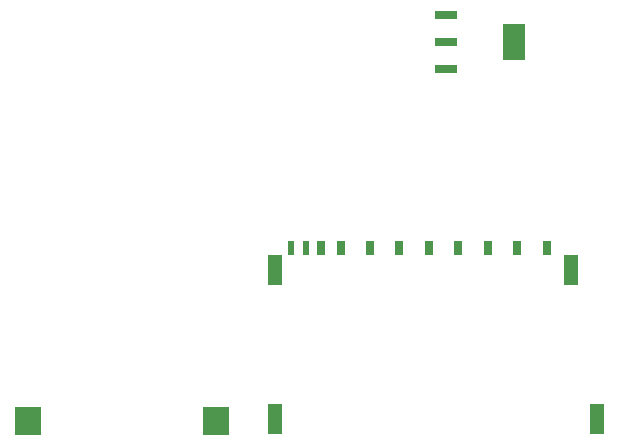
<source format=gbr>
G04 DipTrace 3.0.0.1*
G04 TopPaste.gbr*
%MOIN*%
G04 #@! TF.FileFunction,Paste,Top*
G04 #@! TF.Part,Single*
%ADD52R,0.086488X0.094362*%
%ADD58R,0.076646X0.119953*%
%ADD60R,0.076646X0.029402*%
%ADD76R,0.051055X0.102236*%
%ADD78R,0.03137X0.051055*%
%ADD80R,0.019559X0.051055*%
%FSLAX26Y26*%
G04*
G70*
G90*
G75*
G01*
G04 TopPaste*
%LPD*%
D80*
X1698577Y1069875D3*
X1745861D3*
D78*
X1797016Y1069862D3*
X1863958D3*
X1959417D3*
X2057829Y1069836D3*
X2156268Y1069862D3*
X2254680Y1069875D3*
X2353105D3*
X2451543Y1069862D3*
X2549995Y1069875D3*
D76*
X1643499Y998996D3*
X2631570Y999009D3*
X1643499Y502552D3*
X2718302D3*
D60*
X2212493Y1847865D3*
Y1757314D3*
Y1666762D3*
D58*
X2440840Y1757314D3*
D52*
X819713Y493549D3*
X1445697D3*
M02*

</source>
